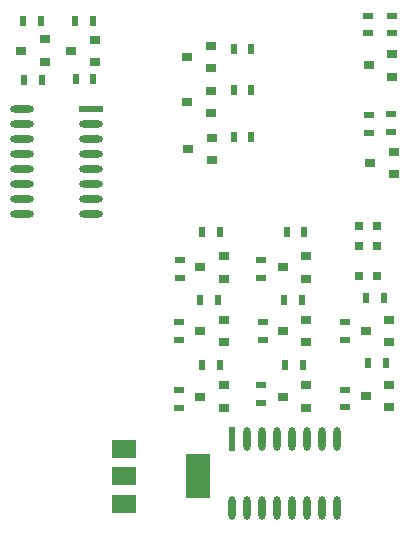
<source format=gbp>
%TF.GenerationSoftware,KiCad,Pcbnew,4.0.7*%
%TF.CreationDate,2017-11-22T17:52:21+08:00*%
%TF.ProjectId,NixieTube_QS30,4E69786965547562655F515333302E6B,rev?*%
%TF.FileFunction,Paste,Bot*%
%FSLAX46Y46*%
G04 Gerber Fmt 4.6, Leading zero omitted, Abs format (unit mm)*
G04 Created by KiCad (PCBNEW 4.0.7) date 11/22/17 17:52:21*
%MOMM*%
%LPD*%
G01*
G04 APERTURE LIST*
%ADD10C,0.100000*%
%ADD11R,0.600000X2.000000*%
%ADD12O,0.600000X2.000000*%
%ADD13R,2.000000X3.800000*%
%ADD14R,2.000000X1.500000*%
%ADD15R,0.800000X0.750000*%
%ADD16R,0.900000X0.800000*%
%ADD17R,0.500000X0.900000*%
%ADD18R,0.900000X0.500000*%
%ADD19R,2.000000X0.600000*%
%ADD20O,2.000000X0.600000*%
G04 APERTURE END LIST*
D10*
D11*
X19490000Y-48570000D03*
D12*
X20760000Y-48570000D03*
X22030000Y-48570000D03*
X23300000Y-48570000D03*
X24570000Y-48570000D03*
X25840000Y-48570000D03*
X27110000Y-48570000D03*
X27110000Y-54420000D03*
X25840000Y-54420000D03*
X24570000Y-54420000D03*
X23300000Y-54420000D03*
X22030000Y-54420000D03*
X20760000Y-54420000D03*
X19490000Y-54420000D03*
X28380000Y-48570000D03*
X28380000Y-54420000D03*
D13*
X16600000Y-51700000D03*
D14*
X10300000Y-51700000D03*
X10300000Y-49400000D03*
X10300000Y-54000000D03*
D15*
X31750000Y-30500000D03*
X30250000Y-30500000D03*
D16*
X3600000Y-14700000D03*
X3600000Y-16600000D03*
X1600000Y-15650000D03*
D15*
X30240000Y-34730000D03*
X31740000Y-34730000D03*
D16*
X7875000Y-14725000D03*
X7875000Y-16625000D03*
X5875000Y-15675000D03*
X25750000Y-33050000D03*
X25750000Y-34950000D03*
X23750000Y-34000000D03*
X18750000Y-44000000D03*
X18750000Y-45900000D03*
X16750000Y-44950000D03*
X18750000Y-38425000D03*
X18750000Y-40325000D03*
X16750000Y-39375000D03*
X32800000Y-43925000D03*
X32800000Y-45825000D03*
X30800000Y-44875000D03*
X18750000Y-33050000D03*
X18750000Y-34950000D03*
X16750000Y-34000000D03*
X25750000Y-44000000D03*
X25750000Y-45900000D03*
X23750000Y-44950000D03*
X32800000Y-38425000D03*
X32800000Y-40325000D03*
X30800000Y-39375000D03*
X25750000Y-38425000D03*
X25750000Y-40325000D03*
X23750000Y-39375000D03*
X17750000Y-23050000D03*
X17750000Y-24950000D03*
X15750000Y-24000000D03*
X17650000Y-19050000D03*
X17650000Y-20950000D03*
X15650000Y-20000000D03*
X17650000Y-15250000D03*
X17650000Y-17150000D03*
X15650000Y-16200000D03*
X33150000Y-24200000D03*
X33150000Y-26100000D03*
X31150000Y-25150000D03*
D17*
X7725000Y-18075000D03*
X6225000Y-18075000D03*
X3350000Y-18150000D03*
X1850000Y-18150000D03*
D18*
X29000000Y-44350000D03*
X29000000Y-45850000D03*
X21950000Y-33400000D03*
X21950000Y-34900000D03*
X14950000Y-44425000D03*
X14950000Y-45925000D03*
X14950000Y-38625000D03*
X14950000Y-40125000D03*
X15050000Y-33400000D03*
X15050000Y-34900000D03*
X29000000Y-38625000D03*
X29000000Y-40125000D03*
D17*
X21100000Y-23000000D03*
X19600000Y-23000000D03*
X21100000Y-18950000D03*
X19600000Y-18950000D03*
X21100000Y-15500000D03*
X19600000Y-15500000D03*
X7675000Y-13175000D03*
X6175000Y-13175000D03*
X24100000Y-31000000D03*
X25600000Y-31000000D03*
X1800000Y-13150000D03*
X3300000Y-13150000D03*
X16950000Y-42250000D03*
X18450000Y-42250000D03*
X16800000Y-36800000D03*
X18300000Y-36800000D03*
X31000000Y-42125000D03*
X32500000Y-42125000D03*
X16950000Y-31000000D03*
X18450000Y-31000000D03*
X23950000Y-42275000D03*
X25450000Y-42275000D03*
X30800000Y-36625000D03*
X32300000Y-36625000D03*
X23890000Y-36790000D03*
X25390000Y-36790000D03*
D18*
X31050000Y-22600000D03*
X31050000Y-21100000D03*
X32950000Y-21050000D03*
X32950000Y-22550000D03*
D19*
X7500000Y-20580000D03*
D20*
X7500000Y-21850000D03*
X7500000Y-23120000D03*
X7500000Y-24390000D03*
X7500000Y-25660000D03*
X7500000Y-26930000D03*
X7500000Y-28200000D03*
X1650000Y-28200000D03*
X1650000Y-26930000D03*
X1650000Y-25660000D03*
X1650000Y-24390000D03*
X1650000Y-23120000D03*
X1650000Y-21850000D03*
X1650000Y-20580000D03*
X7500000Y-29470000D03*
X1650000Y-29470000D03*
D16*
X33050000Y-15950000D03*
X33050000Y-17850000D03*
X31050000Y-16900000D03*
D18*
X31000000Y-14200000D03*
X31000000Y-12700000D03*
X33000000Y-12700000D03*
X33000000Y-14200000D03*
D15*
X31750000Y-32200000D03*
X30250000Y-32200000D03*
D18*
X21950000Y-44000000D03*
X21950000Y-45500000D03*
X22100000Y-38625000D03*
X22100000Y-40125000D03*
M02*

</source>
